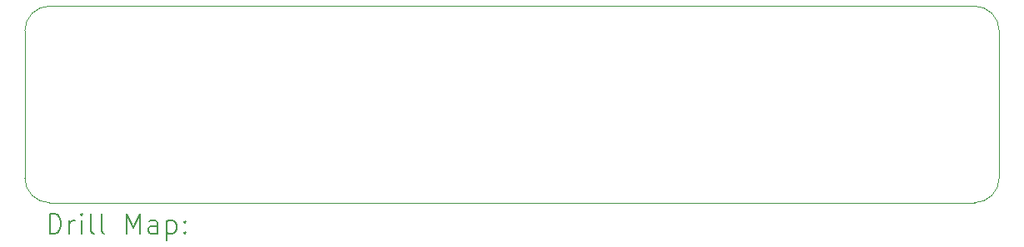
<source format=gbr>
%TF.GenerationSoftware,KiCad,Pcbnew,6.0.9+dfsg-1~bpo11+1*%
%TF.CreationDate,2022-11-11T14:52:23+01:00*%
%TF.ProjectId,014-base-power-board,3031342d-6261-4736-952d-706f7765722d,1*%
%TF.SameCoordinates,Original*%
%TF.FileFunction,Drillmap*%
%TF.FilePolarity,Positive*%
%FSLAX45Y45*%
G04 Gerber Fmt 4.5, Leading zero omitted, Abs format (unit mm)*
G04 Created by KiCad (PCBNEW 6.0.9+dfsg-1~bpo11+1) date 2022-11-11 14:52:23*
%MOMM*%
%LPD*%
G01*
G04 APERTURE LIST*
%ADD10C,0.100000*%
%ADD11C,0.200000*%
G04 APERTURE END LIST*
D10*
X19500000Y-8050000D02*
X10100000Y-8050000D01*
X19750000Y-9800000D02*
X19750000Y-8300000D01*
X10100000Y-10050000D02*
X19500000Y-10050000D01*
X9850000Y-8300000D02*
X9850000Y-9800000D01*
X10100000Y-8050000D02*
G75*
G03*
X9850000Y-8300000I0J-250000D01*
G01*
X19750000Y-8300000D02*
G75*
G03*
X19500000Y-8050000I-250000J0D01*
G01*
X9850000Y-9800000D02*
G75*
G03*
X10100000Y-10050000I250000J0D01*
G01*
X19500000Y-10050000D02*
G75*
G03*
X19750000Y-9800000I0J250000D01*
G01*
D11*
X10102619Y-10365476D02*
X10102619Y-10165476D01*
X10150238Y-10165476D01*
X10178810Y-10175000D01*
X10197857Y-10194048D01*
X10207381Y-10213095D01*
X10216905Y-10251190D01*
X10216905Y-10279762D01*
X10207381Y-10317857D01*
X10197857Y-10336905D01*
X10178810Y-10355952D01*
X10150238Y-10365476D01*
X10102619Y-10365476D01*
X10302619Y-10365476D02*
X10302619Y-10232143D01*
X10302619Y-10270238D02*
X10312143Y-10251190D01*
X10321667Y-10241667D01*
X10340714Y-10232143D01*
X10359762Y-10232143D01*
X10426429Y-10365476D02*
X10426429Y-10232143D01*
X10426429Y-10165476D02*
X10416905Y-10175000D01*
X10426429Y-10184524D01*
X10435952Y-10175000D01*
X10426429Y-10165476D01*
X10426429Y-10184524D01*
X10550238Y-10365476D02*
X10531190Y-10355952D01*
X10521667Y-10336905D01*
X10521667Y-10165476D01*
X10655000Y-10365476D02*
X10635952Y-10355952D01*
X10626429Y-10336905D01*
X10626429Y-10165476D01*
X10883571Y-10365476D02*
X10883571Y-10165476D01*
X10950238Y-10308333D01*
X11016905Y-10165476D01*
X11016905Y-10365476D01*
X11197857Y-10365476D02*
X11197857Y-10260714D01*
X11188333Y-10241667D01*
X11169286Y-10232143D01*
X11131190Y-10232143D01*
X11112143Y-10241667D01*
X11197857Y-10355952D02*
X11178810Y-10365476D01*
X11131190Y-10365476D01*
X11112143Y-10355952D01*
X11102619Y-10336905D01*
X11102619Y-10317857D01*
X11112143Y-10298810D01*
X11131190Y-10289286D01*
X11178810Y-10289286D01*
X11197857Y-10279762D01*
X11293095Y-10232143D02*
X11293095Y-10432143D01*
X11293095Y-10241667D02*
X11312143Y-10232143D01*
X11350238Y-10232143D01*
X11369286Y-10241667D01*
X11378809Y-10251190D01*
X11388333Y-10270238D01*
X11388333Y-10327381D01*
X11378809Y-10346429D01*
X11369286Y-10355952D01*
X11350238Y-10365476D01*
X11312143Y-10365476D01*
X11293095Y-10355952D01*
X11474048Y-10346429D02*
X11483571Y-10355952D01*
X11474048Y-10365476D01*
X11464524Y-10355952D01*
X11474048Y-10346429D01*
X11474048Y-10365476D01*
X11474048Y-10241667D02*
X11483571Y-10251190D01*
X11474048Y-10260714D01*
X11464524Y-10251190D01*
X11474048Y-10241667D01*
X11474048Y-10260714D01*
M02*

</source>
